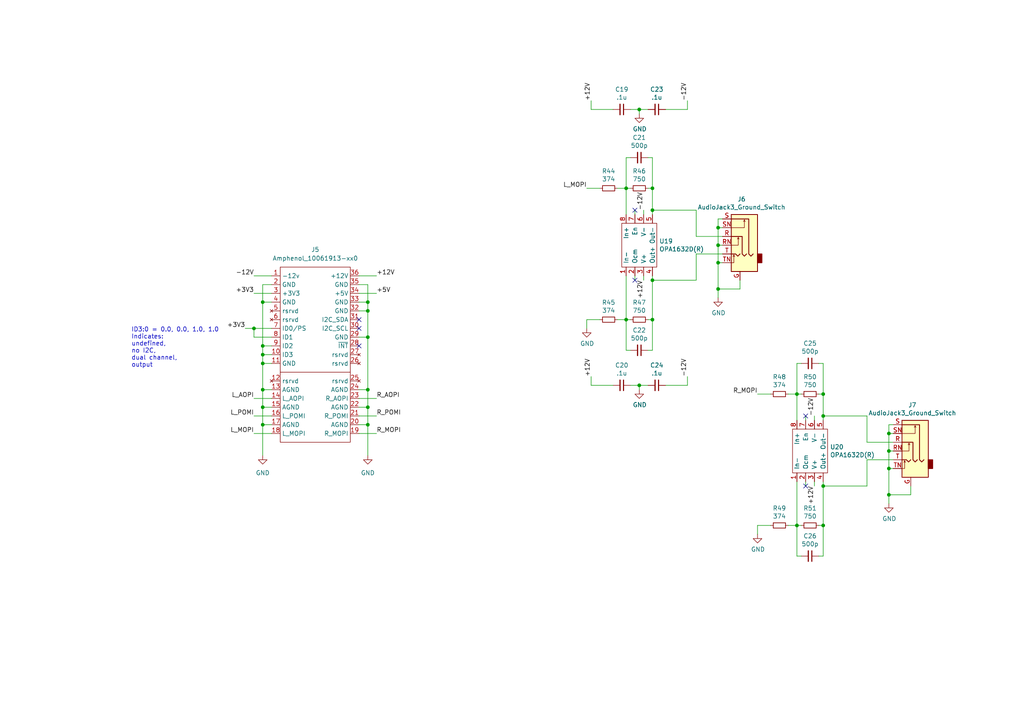
<source format=kicad_sch>
(kicad_sch (version 20211123) (generator eeschema)
  (paper "A4")
  (lib_symbols
    (symbol "Connector:AudioJack3_Ground_Switch"
      (property "Reference" "J" (at 0 11.43 0))
      (property "Value" "AudioJack3_Ground_Switch" (at 0 8.89 0))
      (symbol "AudioJack3_Ground_Switch_0_1"
        (rectangle (start -5.08 -5.08) (end -6.35 -7.62) (stroke (width 0.254)) (fill (type outline)))
        (rectangle (start 2.54 6.35) (end -5.08 -10.16) (stroke (width 0.254)) (fill (type background)))
      )
      (symbol "AudioJack3_Ground_Switch_1_1"
        (polyline (pts (xy -1.27 4.826) (xy -1.016 4.318)))
        (polyline (pts (xy 0.508 -0.254) (xy 0.762 -0.762)))
        (polyline (pts (xy 1.778 -5.334) (xy 2.032 -5.842)))
        (polyline (pts (xy 0 -5.08) (xy 0.635 -5.715) (xy 1.27 -5.08) (xy 2.54 -5.08)) (stroke (width 0.254)))
        (polyline (pts (xy 2.54 -7.62) (xy 1.778 -7.62) (xy 1.778 -5.334) (xy 1.524 -5.842)))
        (polyline (pts (xy 2.54 -2.54) (xy 0.508 -2.54) (xy 0.508 -0.254) (xy 0.254 -0.762)))
        (polyline (pts (xy 2.54 2.54) (xy -1.27 2.54) (xy -1.27 4.826) (xy -1.524 4.318)))
        (polyline (pts (xy -1.905 -5.08) (xy -1.27 -5.715) (xy -0.635 -5.08) (xy -0.635 0) (xy 2.54 0)) (stroke (width 0.254)))
        (polyline (pts (xy 2.54 5.08) (xy -2.54 5.08) (xy -2.54 -5.08) (xy -3.175 -5.715) (xy -3.81 -5.08)) (stroke (width 0.254)))
        (pin passive line (at 0 -12.7 90) (length 2.54) (name "~") (number "G"))
        (pin passive line (at 5.08 0 180) (length 2.54) (name "~") (number "R"))
        (pin passive line (at 5.08 -2.54 180) (length 2.54) (name "~") (number "RN"))
        (pin passive line (at 5.08 5.08 180) (length 2.54) (name "~") (number "S"))
        (pin passive line (at 5.08 2.54 180) (length 2.54) (name "~") (number "SN"))
        (pin passive line (at 5.08 -5.08 180) (length 2.54) (name "~") (number "T"))
        (pin passive line (at 5.08 -7.62 180) (length 2.54) (name "~") (number "TN"))
      )
    )
    (symbol "Device:C_Small" (pin_numbers hide) (pin_names (offset 0.254) hide)
      (property "Reference" "C" (at 0.254 1.778 0))
      (property "Value" "C_Small" (at 0.254 -2.032 0))
      (symbol "C_Small_0_1"
        (polyline (pts (xy -1.524 -0.508) (xy 1.524 -0.508)) (stroke (width 0.3302)))
        (polyline (pts (xy -1.524 0.508) (xy 1.524 0.508)) (stroke (width 0.3048)))
      )
      (symbol "C_Small_1_1"
        (pin passive line (at 0 2.54 270) (length 2.032) (name "~") (number "1"))
        (pin passive line (at 0 -2.54 90) (length 2.032) (name "~") (number "2"))
      )
    )
    (symbol "Device:R_Small" (pin_numbers hide) (pin_names (offset 0.254) hide)
      (property "Reference" "R" (at 0.762 0.508 0))
      (property "Value" "R_Small" (at 0.762 -1.016 0))
      (symbol "R_Small_0_1"
        (rectangle (start -0.762 1.778) (end 0.762 -1.778) (stroke (width 0.2032)))
      )
      (symbol "R_Small_1_1"
        (pin passive line (at 0 2.54 270) (length 0.762) (name "~") (number "1"))
        (pin passive line (at 0 -2.54 90) (length 0.762) (name "~") (number "2"))
      )
    )
    (symbol "OPA1632D(R)_1" (pin_names (offset 1.016))
      (property "Reference" "U" (at 0 6.35 0))
      (property "Value" "OPA1632D(R)_1" (at 0 -6.35 0))
      (symbol "OPA1632D(R)_1_0_1"
        (rectangle (start -6.35 5.08) (end 6.35 -5.08))
      )
      (symbol "OPA1632D(R)_1_1_1"
        (pin passive line (at -8.89 3.81 0) (length 2.54) (name "In-") (number "1"))
        (pin passive line (at -8.89 1.27 0) (length 2.54) (name "Ocm") (number "2"))
        (pin power_in line (at -8.89 -1.27 0) (length 2.54) (name "V+") (number "3"))
        (pin passive line (at -8.89 -3.81 0) (length 2.54) (name "Out+") (number "4"))
        (pin passive line (at 8.89 -3.81 180) (length 2.54) (name "Out-") (number "5"))
        (pin power_in line (at 8.89 -1.27 180) (length 2.54) (name "V-") (number "6"))
        (pin passive line (at 8.89 1.27 180) (length 2.54) (name "En") (number "7"))
        (pin passive line (at 8.89 3.81 180) (length 2.54) (name "In+") (number "8"))
      )
    )
    (symbol "power:GND" (power) (pin_names (offset 0))
      (property "Value" "GND" (at 0 -3.81 0))
      (symbol "GND_0_1"
        (polyline (pts (xy 0 0) (xy 0 -1.27) (xy 1.27 -1.27) (xy 0 -2.54) (xy -1.27 -1.27) (xy 0 -1.27)))
      )
      (symbol "GND_1_1"
        (pin power_in line (at 0 0 270) (length 0) hide (name "GND") (number "1"))
      )
    )
    (symbol "silver-box-modular:Amphenol_10061913-xx0"
      (property "Reference" "J" (at 0 2.54 0))
      (property "Value" "Amphenol_10061913-xx0" (at 0 -50.8 0))
      (symbol "Amphenol_10061913-xx0_0_1"
        (rectangle (start -10.16 1.27) (end 10.16 -49.53))
        (polyline (pts (xy 10.16 -29.21) (xy -10.16 -29.21)))
      )
      (symbol "Amphenol_10061913-xx0_1_1"
        (pin power_out line (at -12.7 -1.27 0) (length 2.54) (name "-12v") (number "1"))
        (pin passive line (at -12.7 -24.13 0) (length 2.54) (name "ID3") (number "10"))
        (pin power_in line (at -12.7 -26.67 0) (length 2.54) (name "GND") (number "11"))
        (pin no_connect line (at -12.7 -31.75 0) (length 2.54) (name "rsrvd") (number "12"))
        (pin power_in line (at -12.7 -34.29 0) (length 2.54) (name "AGND") (number "13"))
        (pin passive line (at -12.7 -36.83 0) (length 2.54) (name "L_AOPI") (number "14"))
        (pin power_in line (at -12.7 -39.37 0) (length 2.54) (name "AGND") (number "15"))
        (pin passive line (at -12.7 -41.91 0) (length 2.54) (name "L_POMI") (number "16"))
        (pin power_in line (at -12.7 -44.45 0) (length 2.54) (name "AGND") (number "17"))
        (pin passive line (at -12.7 -46.99 0) (length 2.54) (name "L_MOPI") (number "18"))
        (pin passive line (at 12.7 -46.99 180) (length 2.54) (name "R_MOPI") (number "19"))
        (pin power_in line (at -12.7 -3.81 0) (length 2.54) (name "GND") (number "2"))
        (pin power_in line (at 12.7 -44.45 180) (length 2.54) (name "AGND") (number "20"))
        (pin passive line (at 12.7 -41.91 180) (length 2.54) (name "R_POMI") (number "21"))
        (pin power_in line (at 12.7 -39.37 180) (length 2.54) (name "AGND") (number "22"))
        (pin passive line (at 12.7 -36.83 180) (length 2.54) (name "R_AOPI") (number "23"))
        (pin power_in line (at 12.7 -34.29 180) (length 2.54) (name "AGND") (number "24"))
        (pin no_connect line (at 12.7 -31.75 180) (length 2.54) (name "rsrvd") (number "25"))
        (pin no_connect line (at 12.7 -26.67 180) (length 2.54) (name "rsrvd") (number "26"))
        (pin no_connect line (at 12.7 -24.13 180) (length 2.54) (name "rsrvd") (number "27"))
        (pin passive line (at 12.7 -21.59 180) (length 2.54) (name "~{INT}") (number "28"))
        (pin power_in line (at 12.7 -19.05 180) (length 2.54) (name "GND") (number "29"))
        (pin power_out line (at -12.7 -6.35 0) (length 2.54) (name "+3V3") (number "3"))
        (pin passive line (at 12.7 -16.51 180) (length 2.54) (name "I2C_SCL") (number "30"))
        (pin passive line (at 12.7 -13.97 180) (length 2.54) (name "I2C_SDA") (number "31"))
        (pin power_in line (at 12.7 -11.43 180) (length 2.54) (name "GND") (number "32"))
        (pin power_in line (at 12.7 -8.89 180) (length 2.54) (name "GND") (number "33"))
        (pin power_out line (at 12.7 -6.35 180) (length 2.54) (name "+5V") (number "34"))
        (pin power_in line (at 12.7 -3.81 180) (length 2.54) (name "GND") (number "35"))
        (pin power_out line (at 12.7 -1.27 180) (length 2.54) (name "+12V") (number "36"))
        (pin power_in line (at -12.7 -8.89 0) (length 2.54) (name "GND") (number "4"))
        (pin no_connect line (at -12.7 -11.43 0) (length 2.54) (name "rsrvd") (number "5"))
        (pin no_connect line (at -12.7 -13.97 0) (length 2.54) (name "rsrvd") (number "6"))
        (pin passive line (at -12.7 -16.51 0) (length 2.54) (name "ID0/PS") (number "7"))
        (pin passive line (at -12.7 -19.05 0) (length 2.54) (name "ID1") (number "8"))
        (pin passive line (at -12.7 -21.59 0) (length 2.54) (name "ID2") (number "9"))
      )
    )
    (symbol "silver-box-modular:OPA1632D(R)" (pin_names (offset 1.016))
      (property "Reference" "U" (at 0 6.35 0))
      (property "Value" "OPA1632D(R)" (at 0 -6.35 0))
      (symbol "OPA1632D(R)_0_1"
        (rectangle (start -6.35 5.08) (end 6.35 -5.08))
      )
      (symbol "OPA1632D(R)_1_1"
        (pin passive line (at -8.89 3.81 0) (length 2.54) (name "In-") (number "1"))
        (pin passive line (at -8.89 1.27 0) (length 2.54) (name "Ocm") (number "2"))
        (pin power_in line (at -8.89 -1.27 0) (length 2.54) (name "V+") (number "3"))
        (pin passive line (at -8.89 -3.81 0) (length 2.54) (name "Out+") (number "4"))
        (pin passive line (at 8.89 -3.81 180) (length 2.54) (name "Out-") (number "5"))
        (pin power_in line (at 8.89 -1.27 180) (length 2.54) (name "V-") (number "6"))
        (pin passive line (at 8.89 1.27 180) (length 2.54) (name "En") (number "7"))
        (pin passive line (at 8.89 3.81 180) (length 2.54) (name "In+") (number "8"))
      )
    )
  )
  (junction (at 76.2 105.41))
  (junction (at 181.61 54.61) (diameter 0.9144))
  (junction (at 257.81 125.73) (diameter 0.9144))
  (junction (at 106.68 123.19))
  (junction (at 257.81 130.81))
  (junction (at 106.68 113.03))
  (junction (at 238.76 152.4) (diameter 0.9144))
  (junction (at 208.28 83.82))
  (junction (at 76.2 123.19))
  (junction (at 189.23 92.71) (diameter 0.9144))
  (junction (at 106.68 97.79))
  (junction (at 185.42 31.75) (diameter 0.9144))
  (junction (at 106.68 90.17))
  (junction (at 189.23 60.96) (diameter 0.9144))
  (junction (at 181.61 92.71) (diameter 0.9144))
  (junction (at 106.68 118.11))
  (junction (at 238.76 120.65) (diameter 0.9144))
  (junction (at 238.76 140.97) (diameter 0.9144))
  (junction (at 185.42 111.76) (diameter 0.9144))
  (junction (at 76.2 87.63))
  (junction (at 76.2 100.33))
  (junction (at 231.14 152.4) (diameter 0.9144))
  (junction (at 208.28 71.12))
  (junction (at 73.66 95.25))
  (junction (at 76.2 118.11))
  (junction (at 208.28 66.04) (diameter 0.9144))
  (junction (at 106.68 87.63))
  (junction (at 257.81 135.89))
  (junction (at 208.28 76.2))
  (junction (at 189.23 54.61) (diameter 0.9144))
  (junction (at 238.76 114.3) (diameter 0.9144))
  (junction (at 189.23 81.28) (diameter 0.9144))
  (junction (at 231.14 114.3) (diameter 0.9144))
  (junction (at 76.2 113.03))
  (junction (at 257.81 143.51))
  (junction (at 76.2 102.87))
  (no_connect (at 184.15 81.28))
  (no_connect (at 104.14 100.33))
  (no_connect (at 104.14 92.71))
  (no_connect (at 104.14 95.25))
  (no_connect (at 233.68 120.65))
  (no_connect (at 233.68 140.97))
  (no_connect (at 184.15 60.96))
  (wire (pts (xy 73.66 97.79) (xy 78.74 97.79)))
  (wire (pts (xy 231.14 114.3) (xy 232.41 114.3)))
  (wire (pts (xy 231.14 114.3) (xy 231.14 105.41)))
  (wire (pts (xy 104.14 85.09) (xy 109.22 85.09)))
  (wire (pts (xy 177.8 111.76) (xy 171.45 111.76)))
  (wire (pts (xy 214.63 83.82) (xy 214.63 81.28)))
  (wire (pts (xy 259.08 125.73) (xy 257.81 125.73)))
  (wire (pts (xy 208.28 83.82) (xy 214.63 83.82)))
  (wire (pts (xy 199.39 31.75) (xy 193.04 31.75)))
  (wire (pts (xy 257.81 125.73) (xy 257.81 130.81)))
  (wire (pts (xy 187.96 92.71) (xy 189.23 92.71)))
  (wire (pts (xy 219.71 114.3) (xy 223.52 114.3)))
  (wire (pts (xy 238.76 120.65) (xy 251.46 120.65)))
  (wire (pts (xy 228.6 114.3) (xy 231.14 114.3)))
  (wire (pts (xy 76.2 87.63) (xy 76.2 100.33)))
  (wire (pts (xy 187.96 45.72) (xy 189.23 45.72)))
  (wire (pts (xy 251.46 140.97) (xy 251.46 133.35)))
  (wire (pts (xy 179.07 92.71) (xy 181.61 92.71)))
  (wire (pts (xy 184.15 60.96) (xy 184.15 62.23)))
  (wire (pts (xy 189.23 81.28) (xy 201.93 81.28)))
  (wire (pts (xy 78.74 82.55) (xy 76.2 82.55)))
  (wire (pts (xy 76.2 102.87) (xy 78.74 102.87)))
  (wire (pts (xy 189.23 80.01) (xy 189.23 81.28)))
  (wire (pts (xy 189.23 54.61) (xy 189.23 60.96)))
  (wire (pts (xy 181.61 54.61) (xy 182.88 54.61)))
  (wire (pts (xy 106.68 97.79) (xy 106.68 113.03)))
  (wire (pts (xy 76.2 123.19) (xy 78.74 123.19)))
  (wire (pts (xy 257.81 143.51) (xy 257.81 146.05)))
  (wire (pts (xy 187.96 101.6) (xy 189.23 101.6)))
  (wire (pts (xy 186.69 80.01) (xy 186.69 81.28)))
  (wire (pts (xy 170.18 95.25) (xy 170.18 92.71)))
  (wire (pts (xy 208.28 76.2) (xy 209.55 76.2)))
  (wire (pts (xy 181.61 101.6) (xy 182.88 101.6)))
  (wire (pts (xy 189.23 45.72) (xy 189.23 54.61)))
  (wire (pts (xy 76.2 105.41) (xy 76.2 113.03)))
  (wire (pts (xy 104.14 87.63) (xy 106.68 87.63)))
  (wire (pts (xy 237.49 105.41) (xy 238.76 105.41)))
  (wire (pts (xy 73.66 80.01) (xy 78.74 80.01)))
  (wire (pts (xy 73.66 95.25) (xy 78.74 95.25)))
  (wire (pts (xy 104.14 118.11) (xy 106.68 118.11)))
  (wire (pts (xy 104.14 120.65) (xy 109.22 120.65)))
  (wire (pts (xy 237.49 161.29) (xy 238.76 161.29)))
  (wire (pts (xy 199.39 29.21) (xy 199.39 31.75)))
  (wire (pts (xy 238.76 105.41) (xy 238.76 114.3)))
  (wire (pts (xy 208.28 71.12) (xy 209.55 71.12)))
  (wire (pts (xy 76.2 100.33) (xy 78.74 100.33)))
  (wire (pts (xy 76.2 118.11) (xy 78.74 118.11)))
  (wire (pts (xy 186.69 60.96) (xy 186.69 62.23)))
  (wire (pts (xy 238.76 140.97) (xy 238.76 152.4)))
  (wire (pts (xy 257.81 135.89) (xy 259.08 135.89)))
  (wire (pts (xy 106.68 118.11) (xy 106.68 123.19)))
  (wire (pts (xy 181.61 92.71) (xy 181.61 80.01)))
  (wire (pts (xy 187.96 111.76) (xy 185.42 111.76)))
  (wire (pts (xy 201.93 60.96) (xy 201.93 68.58)))
  (wire (pts (xy 208.28 71.12) (xy 208.28 76.2)))
  (wire (pts (xy 71.12 95.25) (xy 73.66 95.25)))
  (wire (pts (xy 208.28 83.82) (xy 208.28 86.36)))
  (wire (pts (xy 238.76 114.3) (xy 238.76 120.65)))
  (wire (pts (xy 76.2 102.87) (xy 76.2 105.41)))
  (wire (pts (xy 76.2 100.33) (xy 76.2 102.87)))
  (wire (pts (xy 187.96 54.61) (xy 189.23 54.61)))
  (wire (pts (xy 231.14 152.4) (xy 231.14 161.29)))
  (wire (pts (xy 201.93 68.58) (xy 209.55 68.58)))
  (wire (pts (xy 208.28 66.04) (xy 208.28 71.12)))
  (wire (pts (xy 106.68 87.63) (xy 106.68 90.17)))
  (wire (pts (xy 257.81 143.51) (xy 264.16 143.51)))
  (wire (pts (xy 171.45 29.21) (xy 171.45 31.75)))
  (wire (pts (xy 73.66 125.73) (xy 78.74 125.73)))
  (wire (pts (xy 171.45 109.22) (xy 171.45 111.76)))
  (wire (pts (xy 251.46 128.27) (xy 259.08 128.27)))
  (wire (pts (xy 236.22 120.65) (xy 236.22 121.92)))
  (wire (pts (xy 76.2 105.41) (xy 78.74 105.41)))
  (wire (pts (xy 189.23 60.96) (xy 201.93 60.96)))
  (wire (pts (xy 179.07 54.61) (xy 181.61 54.61)))
  (wire (pts (xy 251.46 120.65) (xy 251.46 128.27)))
  (wire (pts (xy 189.23 81.28) (xy 189.23 92.71)))
  (wire (pts (xy 73.66 95.25) (xy 73.66 97.79)))
  (wire (pts (xy 257.81 130.81) (xy 259.08 130.81)))
  (wire (pts (xy 251.46 133.35) (xy 259.08 133.35)))
  (wire (pts (xy 219.71 154.94) (xy 219.71 152.4)))
  (wire (pts (xy 201.93 73.66) (xy 209.55 73.66)))
  (wire (pts (xy 236.22 139.7) (xy 236.22 140.97)))
  (wire (pts (xy 189.23 60.96) (xy 189.23 62.23)))
  (wire (pts (xy 189.23 92.71) (xy 189.23 101.6)))
  (wire (pts (xy 177.8 31.75) (xy 171.45 31.75)))
  (wire (pts (xy 238.76 152.4) (xy 238.76 161.29)))
  (wire (pts (xy 231.14 114.3) (xy 231.14 121.92)))
  (wire (pts (xy 104.14 113.03) (xy 106.68 113.03)))
  (wire (pts (xy 73.66 115.57) (xy 78.74 115.57)))
  (wire (pts (xy 238.76 140.97) (xy 251.46 140.97)))
  (wire (pts (xy 231.14 161.29) (xy 232.41 161.29)))
  (wire (pts (xy 208.28 76.2) (xy 208.28 83.82)))
  (wire (pts (xy 199.39 109.22) (xy 199.39 111.76)))
  (wire (pts (xy 104.14 97.79) (xy 106.68 97.79)))
  (wire (pts (xy 238.76 120.65) (xy 238.76 121.92)))
  (wire (pts (xy 76.2 118.11) (xy 76.2 123.19)))
  (wire (pts (xy 228.6 152.4) (xy 231.14 152.4)))
  (wire (pts (xy 76.2 113.03) (xy 76.2 118.11)))
  (wire (pts (xy 184.15 80.01) (xy 184.15 81.28)))
  (wire (pts (xy 182.88 31.75) (xy 185.42 31.75)))
  (wire (pts (xy 209.55 66.04) (xy 208.28 66.04)))
  (wire (pts (xy 233.68 120.65) (xy 233.68 121.92)))
  (wire (pts (xy 106.68 113.03) (xy 106.68 118.11)))
  (wire (pts (xy 104.14 90.17) (xy 106.68 90.17)))
  (wire (pts (xy 76.2 87.63) (xy 78.74 87.63)))
  (wire (pts (xy 233.68 139.7) (xy 233.68 140.97)))
  (wire (pts (xy 104.14 115.57) (xy 109.22 115.57)))
  (wire (pts (xy 181.61 54.61) (xy 181.61 45.72)))
  (wire (pts (xy 181.61 54.61) (xy 181.61 62.23)))
  (wire (pts (xy 104.14 123.19) (xy 106.68 123.19)))
  (wire (pts (xy 259.08 123.19) (xy 257.81 123.19)))
  (wire (pts (xy 104.14 125.73) (xy 109.22 125.73)))
  (wire (pts (xy 209.55 63.5) (xy 208.28 63.5)))
  (wire (pts (xy 173.99 92.71) (xy 170.18 92.71)))
  (wire (pts (xy 185.42 111.76) (xy 185.42 113.03)))
  (wire (pts (xy 181.61 45.72) (xy 182.88 45.72)))
  (wire (pts (xy 76.2 123.19) (xy 76.2 132.08)))
  (wire (pts (xy 76.2 113.03) (xy 78.74 113.03)))
  (wire (pts (xy 104.14 82.55) (xy 106.68 82.55)))
  (wire (pts (xy 257.81 123.19) (xy 257.81 125.73)))
  (wire (pts (xy 231.14 152.4) (xy 232.41 152.4)))
  (wire (pts (xy 208.28 63.5) (xy 208.28 66.04)))
  (wire (pts (xy 181.61 92.71) (xy 182.88 92.71)))
  (wire (pts (xy 73.66 120.65) (xy 78.74 120.65)))
  (wire (pts (xy 257.81 130.81) (xy 257.81 135.89)))
  (wire (pts (xy 106.68 123.19) (xy 106.68 132.08)))
  (wire (pts (xy 181.61 92.71) (xy 181.61 101.6)))
  (wire (pts (xy 231.14 152.4) (xy 231.14 139.7)))
  (wire (pts (xy 238.76 139.7) (xy 238.76 140.97)))
  (wire (pts (xy 223.52 152.4) (xy 219.71 152.4)))
  (wire (pts (xy 170.18 54.61) (xy 173.99 54.61)))
  (wire (pts (xy 231.14 105.41) (xy 232.41 105.41)))
  (wire (pts (xy 199.39 111.76) (xy 193.04 111.76)))
  (wire (pts (xy 187.96 31.75) (xy 185.42 31.75)))
  (wire (pts (xy 182.88 111.76) (xy 185.42 111.76)))
  (wire (pts (xy 185.42 31.75) (xy 185.42 33.02)))
  (wire (pts (xy 201.93 81.28) (xy 201.93 73.66)))
  (wire (pts (xy 257.81 135.89) (xy 257.81 143.51)))
  (wire (pts (xy 106.68 90.17) (xy 106.68 97.79)))
  (wire (pts (xy 237.49 152.4) (xy 238.76 152.4)))
  (wire (pts (xy 76.2 82.55) (xy 76.2 87.63)))
  (wire (pts (xy 237.49 114.3) (xy 238.76 114.3)))
  (wire (pts (xy 73.66 85.09) (xy 78.74 85.09)))
  (wire (pts (xy 104.14 80.01) (xy 109.22 80.01)))
  (wire (pts (xy 264.16 143.51) (xy 264.16 140.97)))
  (wire (pts (xy 106.68 82.55) (xy 106.68 87.63)))
  (text "ID3:0 = 0.0, 0.0, 1.0, 1.0\nIndicates:\nundefined,\nno I2C,\ndual channel,\noutput\n" (at 38.1 106.68 0) (effects (font (size 1.27 1.27)) (justify left bottom)))
  (label "-12V" (at 186.69 60.96 90))
  (label "+12V" (at 109.22 80.01 0))
  (label "L_MOPI" (at 73.66 125.73 180))
  (label "R_AOPI" (at 109.22 115.57 0))
  (label "L_AOPI" (at 73.66 115.57 180))
  (label "R_MOPI" (at 109.22 125.73 0))
  (label "+5V" (at 109.22 85.09 0))
  (label "+12V" (at 171.45 109.22 90))
  (label "+12V" (at 236.22 140.97 270))
  (label "-12V" (at 236.22 120.65 90))
  (label "-12V" (at 73.66 80.01 180))
  (label "L_MOPI" (at 170.18 54.61 180))
  (label "L_POMI" (at 73.66 120.65 180))
  (label "+3V3" (at 73.66 85.09 180))
  (label "+12V" (at 171.45 29.21 90))
  (label "R_POMI" (at 109.22 120.65 0))
  (label "-12V" (at 199.39 29.21 90))
  (label "R_MOPI" (at 219.71 114.3 180))
  (label "+12V" (at 186.69 81.28 270))
  (label "+3V3" (at 71.12 95.25 180))
  (label "-12V" (at 199.39 109.22 90))
  (symbol (lib_id "Device:C_Small") (at 185.42 101.6 270) (unit 1)
    (property "Reference" "C22" (at 185.42 95.7834 90))
    (property "Value" "500p" (at 185.42 98.0948 90))
    (property "Footprint" "Capacitor_SMD:C_0805_2012Metric_Pad1.18x1.45mm_HandSolder" (effects hide))
  )
  (symbol (lib_id "Device:C_Small") (at 185.42 45.72 270) (unit 1)
    (property "Reference" "C21" (at 185.42 39.9034 90))
    (property "Value" "500p" (at 185.42 42.2148 90))
    (property "Footprint" "Capacitor_SMD:C_0805_2012Metric_Pad1.18x1.45mm_HandSolder" (effects hide))
  )
  (symbol (lib_id "Device:C_Small") (at 234.95 105.41 270) (unit 1)
    (property "Reference" "C25" (at 234.95 99.5934 90))
    (property "Value" "500p" (at 234.95 101.9048 90))
    (property "Footprint" "Capacitor_SMD:C_0805_2012Metric_Pad1.18x1.45mm_HandSolder" (effects hide))
  )
  (symbol (lib_id "Device:C_Small") (at 234.95 161.29 270) (unit 1)
    (property "Reference" "C26" (at 234.95 155.4734 90))
    (property "Value" "500p" (at 234.95 157.7848 90))
    (property "Footprint" "Capacitor_SMD:C_0805_2012Metric_Pad1.18x1.45mm_HandSolder" (effects hide))
  )
  (symbol (lib_id "Connector:AudioJack3_Ground_Switch") (at 264.16 128.27 0) (mirror y) (unit 1)
    (property "Reference" "J7" (at 264.6172 117.475 0))
    (property "Value" "AudioJack3_Ground_Switch" (at 264.6172 119.7864 0))
  )
  (symbol (lib_id "Device:C_Small") (at 190.5 31.75 270) (unit 1)
    (property "Reference" "C23" (at 190.5 25.9334 90))
    (property "Value" ".1u" (at 190.5 28.2448 90))
    (property "Footprint" "Capacitor_SMD:C_0603_1608Metric_Pad1.08x0.95mm_HandSolder" (effects hide))
  )
  (symbol (lib_id "power:GND") (at 185.42 33.02 0) (unit 1)
    (property "Reference" "#PWR070" (effects hide))
    (property "Value" "GND" (at 185.547 37.4142 0))
  )
  (symbol (lib_id "Device:C_Small") (at 180.34 31.75 270) (unit 1)
    (property "Reference" "C19" (at 180.34 25.9334 90))
    (property "Value" ".1u" (at 180.34 28.2448 90))
    (property "Footprint" "Capacitor_SMD:C_0603_1608Metric_Pad1.08x0.95mm_HandSolder" (effects hide))
  )
  (symbol (lib_name "OPA1632D(R)_1") (lib_id "silver-box-modular:OPA1632D(R)") (at 185.42 71.12 90) (unit 1)
    (property "Reference" "U19" (at 191.2112 69.9516 90) (effects (justify right)))
    (property "Value" "OPA1632D(R)" (at 191.2112 72.263 90) (effects (justify right)))
  )
  (symbol (lib_id "Device:R_Small") (at 185.42 92.71 270) (unit 1)
    (property "Reference" "R47" (at 185.42 87.7316 90))
    (property "Value" "750" (at 185.42 90.043 90))
    (property "Footprint" "Resistor_SMD:R_0603_1608Metric_Pad0.98x0.95mm_HandSolder" (effects hide))
  )
  (symbol (lib_id "Device:R_Small") (at 185.42 54.61 270) (unit 1)
    (property "Reference" "R46" (at 185.42 49.6316 90))
    (property "Value" "750" (at 185.42 51.943 90))
    (property "Footprint" "Resistor_SMD:R_0603_1608Metric_Pad0.98x0.95mm_HandSolder" (effects hide))
  )
  (symbol (lib_id "Device:R_Small") (at 176.53 54.61 270) (unit 1)
    (property "Reference" "R44" (at 176.53 49.6316 90))
    (property "Value" "374" (at 176.53 51.943 90))
    (property "Footprint" "Resistor_SMD:R_0603_1608Metric_Pad0.98x0.95mm_HandSolder" (effects hide))
  )
  (symbol (lib_id "Device:R_Small") (at 176.53 92.71 270) (unit 1)
    (property "Reference" "R45" (at 176.53 87.7316 90))
    (property "Value" "374" (at 176.53 90.043 90))
    (property "Footprint" "Resistor_SMD:R_0603_1608Metric_Pad0.98x0.95mm_HandSolder" (effects hide))
  )
  (symbol (lib_id "power:GND") (at 170.18 95.25 0) (unit 1)
    (property "Reference" "#PWR069" (effects hide))
    (property "Value" "GND" (at 170.307 99.6442 0))
  )
  (symbol (lib_id "silver-box-modular:OPA1632D(R)") (at 234.95 130.81 90) (unit 1)
    (property "Reference" "U20" (at 240.7412 129.6416 90) (effects (justify right)))
    (property "Value" "OPA1632D(R)" (at 240.7412 131.953 90) (effects (justify right)))
  )
  (symbol (lib_id "Device:R_Small") (at 234.95 152.4 270) (unit 1)
    (property "Reference" "R51" (at 234.95 147.4216 90))
    (property "Value" "750" (at 234.95 149.733 90))
    (property "Footprint" "Resistor_SMD:R_0603_1608Metric_Pad0.98x0.95mm_HandSolder" (effects hide))
  )
  (symbol (lib_id "Device:R_Small") (at 234.95 114.3 270) (unit 1)
    (property "Reference" "R50" (at 234.95 109.3216 90))
    (property "Value" "750" (at 234.95 111.633 90))
    (property "Footprint" "Resistor_SMD:R_0603_1608Metric_Pad0.98x0.95mm_HandSolder" (effects hide))
  )
  (symbol (lib_id "Device:R_Small") (at 226.06 114.3 270) (unit 1)
    (property "Reference" "R48" (at 226.06 109.3216 90))
    (property "Value" "374" (at 226.06 111.633 90))
    (property "Footprint" "Resistor_SMD:R_0603_1608Metric_Pad0.98x0.95mm_HandSolder" (effects hide))
  )
  (symbol (lib_id "Device:R_Small") (at 226.06 152.4 270) (unit 1)
    (property "Reference" "R49" (at 226.06 147.4216 90))
    (property "Value" "374" (at 226.06 149.733 90))
    (property "Footprint" "Resistor_SMD:R_0603_1608Metric_Pad0.98x0.95mm_HandSolder" (effects hide))
  )
  (symbol (lib_id "power:GND") (at 219.71 154.94 0) (unit 1)
    (property "Reference" "#PWR073" (effects hide))
    (property "Value" "GND" (at 219.837 159.3342 0))
  )
  (symbol (lib_id "power:GND") (at 257.81 146.05 0) (unit 1)
    (property "Reference" "#PWR074" (effects hide))
    (property "Value" "GND" (at 257.937 150.4442 0))
  )
  (symbol (lib_id "Connector:AudioJack3_Ground_Switch") (at 214.63 68.58 0) (mirror y) (unit 1)
    (property "Reference" "J6" (at 215.0872 57.785 0))
    (property "Value" "AudioJack3_Ground_Switch" (at 215.0872 60.0964 0))
  )
  (symbol (lib_id "power:GND") (at 208.28 86.36 0) (unit 1)
    (property "Reference" "#PWR072" (effects hide))
    (property "Value" "GND" (at 208.407 90.7542 0))
  )
  (symbol (lib_id "Device:C_Small") (at 180.34 111.76 270) (unit 1)
    (property "Reference" "C20" (at 180.34 105.9434 90))
    (property "Value" ".1u" (at 180.34 108.2548 90))
    (property "Footprint" "Capacitor_SMD:C_0603_1608Metric_Pad1.08x0.95mm_HandSolder" (effects hide))
  )
  (symbol (lib_id "Device:C_Small") (at 190.5 111.76 270) (unit 1)
    (property "Reference" "C24" (at 190.5 105.9434 90))
    (property "Value" ".1u" (at 190.5 108.2548 90))
    (property "Footprint" "Capacitor_SMD:C_0603_1608Metric_Pad1.08x0.95mm_HandSolder" (effects hide))
  )
  (symbol (lib_id "power:GND") (at 185.42 113.03 0) (unit 1)
    (property "Reference" "#PWR071" (effects hide))
    (property "Value" "GND" (at 185.547 117.4242 0))
  )
  (symbol (lib_id "power:GND") (at 76.2 132.08 0) (unit 1)
    (property "Reference" "#PWR067" (effects hide))
    (property "Value" "GND" (at 76.2 137.16 0))
  )
  (symbol (lib_id "silver-box-modular:Amphenol_10061913-xx0") (at 91.44 78.74 0) (unit 1)
    (property "Reference" "J5" (at 91.44 72.39 0))
    (property "Value" "Amphenol_10061913-xx0" (at 91.44 74.93 0))
  )
  (symbol (lib_id "power:GND") (at 106.68 132.08 0) (unit 1)
    (property "Reference" "#PWR068" (effects hide))
    (property "Value" "GND" (at 106.68 137.16 0))
  )
)
</source>
